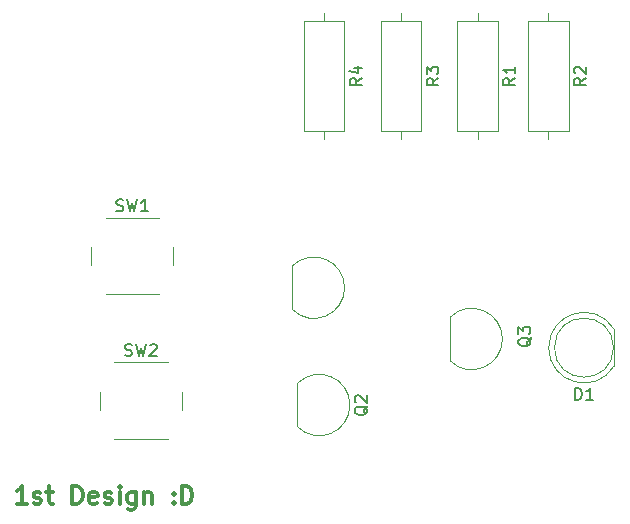
<source format=gbr>
%TF.GenerationSoftware,KiCad,Pcbnew,9.0.5*%
%TF.CreationDate,2025-10-25T12:16:36-07:00*%
%TF.ProjectId,1stproject,31737470-726f-46a6-9563-742e6b696361,rev?*%
%TF.SameCoordinates,Original*%
%TF.FileFunction,Legend,Top*%
%TF.FilePolarity,Positive*%
%FSLAX46Y46*%
G04 Gerber Fmt 4.6, Leading zero omitted, Abs format (unit mm)*
G04 Created by KiCad (PCBNEW 9.0.5) date 2025-10-25 12:16:36*
%MOMM*%
%LPD*%
G01*
G04 APERTURE LIST*
%ADD10C,0.300000*%
%ADD11C,0.150000*%
%ADD12C,0.120000*%
G04 APERTURE END LIST*
D10*
X100340225Y-102800828D02*
X99483082Y-102800828D01*
X99911653Y-102800828D02*
X99911653Y-101300828D01*
X99911653Y-101300828D02*
X99768796Y-101515114D01*
X99768796Y-101515114D02*
X99625939Y-101657971D01*
X99625939Y-101657971D02*
X99483082Y-101729400D01*
X100911653Y-102729400D02*
X101054510Y-102800828D01*
X101054510Y-102800828D02*
X101340224Y-102800828D01*
X101340224Y-102800828D02*
X101483081Y-102729400D01*
X101483081Y-102729400D02*
X101554510Y-102586542D01*
X101554510Y-102586542D02*
X101554510Y-102515114D01*
X101554510Y-102515114D02*
X101483081Y-102372257D01*
X101483081Y-102372257D02*
X101340224Y-102300828D01*
X101340224Y-102300828D02*
X101125939Y-102300828D01*
X101125939Y-102300828D02*
X100983081Y-102229400D01*
X100983081Y-102229400D02*
X100911653Y-102086542D01*
X100911653Y-102086542D02*
X100911653Y-102015114D01*
X100911653Y-102015114D02*
X100983081Y-101872257D01*
X100983081Y-101872257D02*
X101125939Y-101800828D01*
X101125939Y-101800828D02*
X101340224Y-101800828D01*
X101340224Y-101800828D02*
X101483081Y-101872257D01*
X101983082Y-101800828D02*
X102554510Y-101800828D01*
X102197367Y-101300828D02*
X102197367Y-102586542D01*
X102197367Y-102586542D02*
X102268796Y-102729400D01*
X102268796Y-102729400D02*
X102411653Y-102800828D01*
X102411653Y-102800828D02*
X102554510Y-102800828D01*
X104197367Y-102800828D02*
X104197367Y-101300828D01*
X104197367Y-101300828D02*
X104554510Y-101300828D01*
X104554510Y-101300828D02*
X104768796Y-101372257D01*
X104768796Y-101372257D02*
X104911653Y-101515114D01*
X104911653Y-101515114D02*
X104983082Y-101657971D01*
X104983082Y-101657971D02*
X105054510Y-101943685D01*
X105054510Y-101943685D02*
X105054510Y-102157971D01*
X105054510Y-102157971D02*
X104983082Y-102443685D01*
X104983082Y-102443685D02*
X104911653Y-102586542D01*
X104911653Y-102586542D02*
X104768796Y-102729400D01*
X104768796Y-102729400D02*
X104554510Y-102800828D01*
X104554510Y-102800828D02*
X104197367Y-102800828D01*
X106268796Y-102729400D02*
X106125939Y-102800828D01*
X106125939Y-102800828D02*
X105840225Y-102800828D01*
X105840225Y-102800828D02*
X105697367Y-102729400D01*
X105697367Y-102729400D02*
X105625939Y-102586542D01*
X105625939Y-102586542D02*
X105625939Y-102015114D01*
X105625939Y-102015114D02*
X105697367Y-101872257D01*
X105697367Y-101872257D02*
X105840225Y-101800828D01*
X105840225Y-101800828D02*
X106125939Y-101800828D01*
X106125939Y-101800828D02*
X106268796Y-101872257D01*
X106268796Y-101872257D02*
X106340225Y-102015114D01*
X106340225Y-102015114D02*
X106340225Y-102157971D01*
X106340225Y-102157971D02*
X105625939Y-102300828D01*
X106911653Y-102729400D02*
X107054510Y-102800828D01*
X107054510Y-102800828D02*
X107340224Y-102800828D01*
X107340224Y-102800828D02*
X107483081Y-102729400D01*
X107483081Y-102729400D02*
X107554510Y-102586542D01*
X107554510Y-102586542D02*
X107554510Y-102515114D01*
X107554510Y-102515114D02*
X107483081Y-102372257D01*
X107483081Y-102372257D02*
X107340224Y-102300828D01*
X107340224Y-102300828D02*
X107125939Y-102300828D01*
X107125939Y-102300828D02*
X106983081Y-102229400D01*
X106983081Y-102229400D02*
X106911653Y-102086542D01*
X106911653Y-102086542D02*
X106911653Y-102015114D01*
X106911653Y-102015114D02*
X106983081Y-101872257D01*
X106983081Y-101872257D02*
X107125939Y-101800828D01*
X107125939Y-101800828D02*
X107340224Y-101800828D01*
X107340224Y-101800828D02*
X107483081Y-101872257D01*
X108197367Y-102800828D02*
X108197367Y-101800828D01*
X108197367Y-101300828D02*
X108125939Y-101372257D01*
X108125939Y-101372257D02*
X108197367Y-101443685D01*
X108197367Y-101443685D02*
X108268796Y-101372257D01*
X108268796Y-101372257D02*
X108197367Y-101300828D01*
X108197367Y-101300828D02*
X108197367Y-101443685D01*
X109554511Y-101800828D02*
X109554511Y-103015114D01*
X109554511Y-103015114D02*
X109483082Y-103157971D01*
X109483082Y-103157971D02*
X109411653Y-103229400D01*
X109411653Y-103229400D02*
X109268796Y-103300828D01*
X109268796Y-103300828D02*
X109054511Y-103300828D01*
X109054511Y-103300828D02*
X108911653Y-103229400D01*
X109554511Y-102729400D02*
X109411653Y-102800828D01*
X109411653Y-102800828D02*
X109125939Y-102800828D01*
X109125939Y-102800828D02*
X108983082Y-102729400D01*
X108983082Y-102729400D02*
X108911653Y-102657971D01*
X108911653Y-102657971D02*
X108840225Y-102515114D01*
X108840225Y-102515114D02*
X108840225Y-102086542D01*
X108840225Y-102086542D02*
X108911653Y-101943685D01*
X108911653Y-101943685D02*
X108983082Y-101872257D01*
X108983082Y-101872257D02*
X109125939Y-101800828D01*
X109125939Y-101800828D02*
X109411653Y-101800828D01*
X109411653Y-101800828D02*
X109554511Y-101872257D01*
X110268796Y-101800828D02*
X110268796Y-102800828D01*
X110268796Y-101943685D02*
X110340225Y-101872257D01*
X110340225Y-101872257D02*
X110483082Y-101800828D01*
X110483082Y-101800828D02*
X110697368Y-101800828D01*
X110697368Y-101800828D02*
X110840225Y-101872257D01*
X110840225Y-101872257D02*
X110911654Y-102015114D01*
X110911654Y-102015114D02*
X110911654Y-102800828D01*
X112768796Y-102657971D02*
X112840225Y-102729400D01*
X112840225Y-102729400D02*
X112768796Y-102800828D01*
X112768796Y-102800828D02*
X112697368Y-102729400D01*
X112697368Y-102729400D02*
X112768796Y-102657971D01*
X112768796Y-102657971D02*
X112768796Y-102800828D01*
X112768796Y-101872257D02*
X112840225Y-101943685D01*
X112840225Y-101943685D02*
X112768796Y-102015114D01*
X112768796Y-102015114D02*
X112697368Y-101943685D01*
X112697368Y-101943685D02*
X112768796Y-101872257D01*
X112768796Y-101872257D02*
X112768796Y-102015114D01*
X113483082Y-102800828D02*
X113483082Y-101300828D01*
X113483082Y-101300828D02*
X113840225Y-101300828D01*
X113840225Y-101300828D02*
X114054511Y-101372257D01*
X114054511Y-101372257D02*
X114197368Y-101515114D01*
X114197368Y-101515114D02*
X114268797Y-101657971D01*
X114268797Y-101657971D02*
X114340225Y-101943685D01*
X114340225Y-101943685D02*
X114340225Y-102157971D01*
X114340225Y-102157971D02*
X114268797Y-102443685D01*
X114268797Y-102443685D02*
X114197368Y-102586542D01*
X114197368Y-102586542D02*
X114054511Y-102729400D01*
X114054511Y-102729400D02*
X113840225Y-102800828D01*
X113840225Y-102800828D02*
X113483082Y-102800828D01*
D11*
X147674819Y-66741666D02*
X147198628Y-67074999D01*
X147674819Y-67313094D02*
X146674819Y-67313094D01*
X146674819Y-67313094D02*
X146674819Y-66932142D01*
X146674819Y-66932142D02*
X146722438Y-66836904D01*
X146722438Y-66836904D02*
X146770057Y-66789285D01*
X146770057Y-66789285D02*
X146865295Y-66741666D01*
X146865295Y-66741666D02*
X147008152Y-66741666D01*
X147008152Y-66741666D02*
X147103390Y-66789285D01*
X147103390Y-66789285D02*
X147151009Y-66836904D01*
X147151009Y-66836904D02*
X147198628Y-66932142D01*
X147198628Y-66932142D02*
X147198628Y-67313094D01*
X146770057Y-66360713D02*
X146722438Y-66313094D01*
X146722438Y-66313094D02*
X146674819Y-66217856D01*
X146674819Y-66217856D02*
X146674819Y-65979761D01*
X146674819Y-65979761D02*
X146722438Y-65884523D01*
X146722438Y-65884523D02*
X146770057Y-65836904D01*
X146770057Y-65836904D02*
X146865295Y-65789285D01*
X146865295Y-65789285D02*
X146960533Y-65789285D01*
X146960533Y-65789285D02*
X147103390Y-65836904D01*
X147103390Y-65836904D02*
X147674819Y-66408332D01*
X147674819Y-66408332D02*
X147674819Y-65789285D01*
X128674819Y-66741666D02*
X128198628Y-67074999D01*
X128674819Y-67313094D02*
X127674819Y-67313094D01*
X127674819Y-67313094D02*
X127674819Y-66932142D01*
X127674819Y-66932142D02*
X127722438Y-66836904D01*
X127722438Y-66836904D02*
X127770057Y-66789285D01*
X127770057Y-66789285D02*
X127865295Y-66741666D01*
X127865295Y-66741666D02*
X128008152Y-66741666D01*
X128008152Y-66741666D02*
X128103390Y-66789285D01*
X128103390Y-66789285D02*
X128151009Y-66836904D01*
X128151009Y-66836904D02*
X128198628Y-66932142D01*
X128198628Y-66932142D02*
X128198628Y-67313094D01*
X128008152Y-65884523D02*
X128674819Y-65884523D01*
X127627200Y-66122618D02*
X128341485Y-66360713D01*
X128341485Y-66360713D02*
X128341485Y-65741666D01*
X129200057Y-94530238D02*
X129152438Y-94625476D01*
X129152438Y-94625476D02*
X129057200Y-94720714D01*
X129057200Y-94720714D02*
X128914342Y-94863571D01*
X128914342Y-94863571D02*
X128866723Y-94958809D01*
X128866723Y-94958809D02*
X128866723Y-95054047D01*
X129104819Y-95006428D02*
X129057200Y-95101666D01*
X129057200Y-95101666D02*
X128961961Y-95196904D01*
X128961961Y-95196904D02*
X128771485Y-95244523D01*
X128771485Y-95244523D02*
X128438152Y-95244523D01*
X128438152Y-95244523D02*
X128247676Y-95196904D01*
X128247676Y-95196904D02*
X128152438Y-95101666D01*
X128152438Y-95101666D02*
X128104819Y-95006428D01*
X128104819Y-95006428D02*
X128104819Y-94815952D01*
X128104819Y-94815952D02*
X128152438Y-94720714D01*
X128152438Y-94720714D02*
X128247676Y-94625476D01*
X128247676Y-94625476D02*
X128438152Y-94577857D01*
X128438152Y-94577857D02*
X128771485Y-94577857D01*
X128771485Y-94577857D02*
X128961961Y-94625476D01*
X128961961Y-94625476D02*
X129057200Y-94720714D01*
X129057200Y-94720714D02*
X129104819Y-94815952D01*
X129104819Y-94815952D02*
X129104819Y-95006428D01*
X128200057Y-94196904D02*
X128152438Y-94149285D01*
X128152438Y-94149285D02*
X128104819Y-94054047D01*
X128104819Y-94054047D02*
X128104819Y-93815952D01*
X128104819Y-93815952D02*
X128152438Y-93720714D01*
X128152438Y-93720714D02*
X128200057Y-93673095D01*
X128200057Y-93673095D02*
X128295295Y-93625476D01*
X128295295Y-93625476D02*
X128390533Y-93625476D01*
X128390533Y-93625476D02*
X128533390Y-93673095D01*
X128533390Y-93673095D02*
X129104819Y-94244523D01*
X129104819Y-94244523D02*
X129104819Y-93625476D01*
X141674819Y-66741666D02*
X141198628Y-67074999D01*
X141674819Y-67313094D02*
X140674819Y-67313094D01*
X140674819Y-67313094D02*
X140674819Y-66932142D01*
X140674819Y-66932142D02*
X140722438Y-66836904D01*
X140722438Y-66836904D02*
X140770057Y-66789285D01*
X140770057Y-66789285D02*
X140865295Y-66741666D01*
X140865295Y-66741666D02*
X141008152Y-66741666D01*
X141008152Y-66741666D02*
X141103390Y-66789285D01*
X141103390Y-66789285D02*
X141151009Y-66836904D01*
X141151009Y-66836904D02*
X141198628Y-66932142D01*
X141198628Y-66932142D02*
X141198628Y-67313094D01*
X141674819Y-65789285D02*
X141674819Y-66360713D01*
X141674819Y-66074999D02*
X140674819Y-66074999D01*
X140674819Y-66074999D02*
X140817676Y-66170237D01*
X140817676Y-66170237D02*
X140912914Y-66265475D01*
X140912914Y-66265475D02*
X140960533Y-66360713D01*
X108666667Y-90232200D02*
X108809524Y-90279819D01*
X108809524Y-90279819D02*
X109047619Y-90279819D01*
X109047619Y-90279819D02*
X109142857Y-90232200D01*
X109142857Y-90232200D02*
X109190476Y-90184580D01*
X109190476Y-90184580D02*
X109238095Y-90089342D01*
X109238095Y-90089342D02*
X109238095Y-89994104D01*
X109238095Y-89994104D02*
X109190476Y-89898866D01*
X109190476Y-89898866D02*
X109142857Y-89851247D01*
X109142857Y-89851247D02*
X109047619Y-89803628D01*
X109047619Y-89803628D02*
X108857143Y-89756009D01*
X108857143Y-89756009D02*
X108761905Y-89708390D01*
X108761905Y-89708390D02*
X108714286Y-89660771D01*
X108714286Y-89660771D02*
X108666667Y-89565533D01*
X108666667Y-89565533D02*
X108666667Y-89470295D01*
X108666667Y-89470295D02*
X108714286Y-89375057D01*
X108714286Y-89375057D02*
X108761905Y-89327438D01*
X108761905Y-89327438D02*
X108857143Y-89279819D01*
X108857143Y-89279819D02*
X109095238Y-89279819D01*
X109095238Y-89279819D02*
X109238095Y-89327438D01*
X109571429Y-89279819D02*
X109809524Y-90279819D01*
X109809524Y-90279819D02*
X110000000Y-89565533D01*
X110000000Y-89565533D02*
X110190476Y-90279819D01*
X110190476Y-90279819D02*
X110428572Y-89279819D01*
X110761905Y-89375057D02*
X110809524Y-89327438D01*
X110809524Y-89327438D02*
X110904762Y-89279819D01*
X110904762Y-89279819D02*
X111142857Y-89279819D01*
X111142857Y-89279819D02*
X111238095Y-89327438D01*
X111238095Y-89327438D02*
X111285714Y-89375057D01*
X111285714Y-89375057D02*
X111333333Y-89470295D01*
X111333333Y-89470295D02*
X111333333Y-89565533D01*
X111333333Y-89565533D02*
X111285714Y-89708390D01*
X111285714Y-89708390D02*
X110714286Y-90279819D01*
X110714286Y-90279819D02*
X111333333Y-90279819D01*
X107916667Y-77982200D02*
X108059524Y-78029819D01*
X108059524Y-78029819D02*
X108297619Y-78029819D01*
X108297619Y-78029819D02*
X108392857Y-77982200D01*
X108392857Y-77982200D02*
X108440476Y-77934580D01*
X108440476Y-77934580D02*
X108488095Y-77839342D01*
X108488095Y-77839342D02*
X108488095Y-77744104D01*
X108488095Y-77744104D02*
X108440476Y-77648866D01*
X108440476Y-77648866D02*
X108392857Y-77601247D01*
X108392857Y-77601247D02*
X108297619Y-77553628D01*
X108297619Y-77553628D02*
X108107143Y-77506009D01*
X108107143Y-77506009D02*
X108011905Y-77458390D01*
X108011905Y-77458390D02*
X107964286Y-77410771D01*
X107964286Y-77410771D02*
X107916667Y-77315533D01*
X107916667Y-77315533D02*
X107916667Y-77220295D01*
X107916667Y-77220295D02*
X107964286Y-77125057D01*
X107964286Y-77125057D02*
X108011905Y-77077438D01*
X108011905Y-77077438D02*
X108107143Y-77029819D01*
X108107143Y-77029819D02*
X108345238Y-77029819D01*
X108345238Y-77029819D02*
X108488095Y-77077438D01*
X108821429Y-77029819D02*
X109059524Y-78029819D01*
X109059524Y-78029819D02*
X109250000Y-77315533D01*
X109250000Y-77315533D02*
X109440476Y-78029819D01*
X109440476Y-78029819D02*
X109678572Y-77029819D01*
X110583333Y-78029819D02*
X110011905Y-78029819D01*
X110297619Y-78029819D02*
X110297619Y-77029819D01*
X110297619Y-77029819D02*
X110202381Y-77172676D01*
X110202381Y-77172676D02*
X110107143Y-77267914D01*
X110107143Y-77267914D02*
X110011905Y-77315533D01*
X146766905Y-93989819D02*
X146766905Y-92989819D01*
X146766905Y-92989819D02*
X147005000Y-92989819D01*
X147005000Y-92989819D02*
X147147857Y-93037438D01*
X147147857Y-93037438D02*
X147243095Y-93132676D01*
X147243095Y-93132676D02*
X147290714Y-93227914D01*
X147290714Y-93227914D02*
X147338333Y-93418390D01*
X147338333Y-93418390D02*
X147338333Y-93561247D01*
X147338333Y-93561247D02*
X147290714Y-93751723D01*
X147290714Y-93751723D02*
X147243095Y-93846961D01*
X147243095Y-93846961D02*
X147147857Y-93942200D01*
X147147857Y-93942200D02*
X147005000Y-93989819D01*
X147005000Y-93989819D02*
X146766905Y-93989819D01*
X148290714Y-93989819D02*
X147719286Y-93989819D01*
X148005000Y-93989819D02*
X148005000Y-92989819D01*
X148005000Y-92989819D02*
X147909762Y-93132676D01*
X147909762Y-93132676D02*
X147814524Y-93227914D01*
X147814524Y-93227914D02*
X147719286Y-93275533D01*
X135174819Y-66741666D02*
X134698628Y-67074999D01*
X135174819Y-67313094D02*
X134174819Y-67313094D01*
X134174819Y-67313094D02*
X134174819Y-66932142D01*
X134174819Y-66932142D02*
X134222438Y-66836904D01*
X134222438Y-66836904D02*
X134270057Y-66789285D01*
X134270057Y-66789285D02*
X134365295Y-66741666D01*
X134365295Y-66741666D02*
X134508152Y-66741666D01*
X134508152Y-66741666D02*
X134603390Y-66789285D01*
X134603390Y-66789285D02*
X134651009Y-66836904D01*
X134651009Y-66836904D02*
X134698628Y-66932142D01*
X134698628Y-66932142D02*
X134698628Y-67313094D01*
X134174819Y-66408332D02*
X134174819Y-65789285D01*
X134174819Y-65789285D02*
X134555771Y-66122618D01*
X134555771Y-66122618D02*
X134555771Y-65979761D01*
X134555771Y-65979761D02*
X134603390Y-65884523D01*
X134603390Y-65884523D02*
X134651009Y-65836904D01*
X134651009Y-65836904D02*
X134746247Y-65789285D01*
X134746247Y-65789285D02*
X134984342Y-65789285D01*
X134984342Y-65789285D02*
X135079580Y-65836904D01*
X135079580Y-65836904D02*
X135127200Y-65884523D01*
X135127200Y-65884523D02*
X135174819Y-65979761D01*
X135174819Y-65979761D02*
X135174819Y-66265475D01*
X135174819Y-66265475D02*
X135127200Y-66360713D01*
X135127200Y-66360713D02*
X135079580Y-66408332D01*
X143050057Y-88710238D02*
X143002438Y-88805476D01*
X143002438Y-88805476D02*
X142907200Y-88900714D01*
X142907200Y-88900714D02*
X142764342Y-89043571D01*
X142764342Y-89043571D02*
X142716723Y-89138809D01*
X142716723Y-89138809D02*
X142716723Y-89234047D01*
X142954819Y-89186428D02*
X142907200Y-89281666D01*
X142907200Y-89281666D02*
X142811961Y-89376904D01*
X142811961Y-89376904D02*
X142621485Y-89424523D01*
X142621485Y-89424523D02*
X142288152Y-89424523D01*
X142288152Y-89424523D02*
X142097676Y-89376904D01*
X142097676Y-89376904D02*
X142002438Y-89281666D01*
X142002438Y-89281666D02*
X141954819Y-89186428D01*
X141954819Y-89186428D02*
X141954819Y-88995952D01*
X141954819Y-88995952D02*
X142002438Y-88900714D01*
X142002438Y-88900714D02*
X142097676Y-88805476D01*
X142097676Y-88805476D02*
X142288152Y-88757857D01*
X142288152Y-88757857D02*
X142621485Y-88757857D01*
X142621485Y-88757857D02*
X142811961Y-88805476D01*
X142811961Y-88805476D02*
X142907200Y-88900714D01*
X142907200Y-88900714D02*
X142954819Y-88995952D01*
X142954819Y-88995952D02*
X142954819Y-89186428D01*
X141954819Y-88424523D02*
X141954819Y-87805476D01*
X141954819Y-87805476D02*
X142335771Y-88138809D01*
X142335771Y-88138809D02*
X142335771Y-87995952D01*
X142335771Y-87995952D02*
X142383390Y-87900714D01*
X142383390Y-87900714D02*
X142431009Y-87853095D01*
X142431009Y-87853095D02*
X142526247Y-87805476D01*
X142526247Y-87805476D02*
X142764342Y-87805476D01*
X142764342Y-87805476D02*
X142859580Y-87853095D01*
X142859580Y-87853095D02*
X142907200Y-87900714D01*
X142907200Y-87900714D02*
X142954819Y-87995952D01*
X142954819Y-87995952D02*
X142954819Y-88281666D01*
X142954819Y-88281666D02*
X142907200Y-88376904D01*
X142907200Y-88376904D02*
X142859580Y-88424523D01*
D12*
%TO.C,R2*%
X144500000Y-61265000D02*
X144500000Y-61955000D01*
X144500000Y-71885000D02*
X144500000Y-71195000D01*
X146220000Y-61955000D02*
X142780000Y-61955000D01*
X142780000Y-71195000D01*
X146220000Y-71195000D01*
X146220000Y-61955000D01*
%TO.C,R4*%
X125500000Y-61265000D02*
X125500000Y-61955000D01*
X125500000Y-71885000D02*
X125500000Y-71195000D01*
X127220000Y-61955000D02*
X123780000Y-61955000D01*
X123780000Y-71195000D01*
X127220000Y-71195000D01*
X127220000Y-61955000D01*
%TO.C,Q2*%
X123240000Y-92635000D02*
X123240000Y-96235000D01*
X123251522Y-92596522D02*
G75*
G02*
X127690001Y-94435000I1838478J-1838478D01*
G01*
X127690000Y-94435000D02*
G75*
G02*
X123251522Y-96273478I-2600000J0D01*
G01*
%TO.C,Q1*%
X122790000Y-82700000D02*
X122790000Y-86300000D01*
X122801522Y-82661522D02*
G75*
G02*
X127240001Y-84500000I1838478J-1838478D01*
G01*
X127240000Y-84500000D02*
G75*
G02*
X122801522Y-86338478I-2600000J0D01*
G01*
%TO.C,R1*%
X138500000Y-61265000D02*
X138500000Y-61955000D01*
X138500000Y-71885000D02*
X138500000Y-71195000D01*
X140220000Y-61955000D02*
X136780000Y-61955000D01*
X136780000Y-71195000D01*
X140220000Y-71195000D01*
X140220000Y-61955000D01*
%TO.C,SW2*%
X106500000Y-93325000D02*
X106500000Y-94825000D01*
X107750000Y-97325000D02*
X112250000Y-97325000D01*
X112250000Y-90825000D02*
X107750000Y-90825000D01*
X113500000Y-94825000D02*
X113500000Y-93325000D01*
%TO.C,SW1*%
X105750000Y-81075000D02*
X105750000Y-82575000D01*
X107000000Y-85075000D02*
X111500000Y-85075000D01*
X111500000Y-78575000D02*
X107000000Y-78575000D01*
X112750000Y-82575000D02*
X112750000Y-81075000D01*
%TO.C,D1*%
X150065000Y-91120000D02*
X150065000Y-88030000D01*
X144515000Y-89575000D02*
G75*
G02*
X150065000Y-88030170I2990000J0D01*
G01*
X150065000Y-91119830D02*
G75*
G02*
X144515000Y-89575000I-2560000J1544830D01*
G01*
X150005000Y-89575000D02*
G75*
G02*
X145005000Y-89575000I-2500000J0D01*
G01*
X145005000Y-89575000D02*
G75*
G02*
X150005000Y-89575000I2500000J0D01*
G01*
%TO.C,R3*%
X132000000Y-61265000D02*
X132000000Y-61955000D01*
X132000000Y-71885000D02*
X132000000Y-71195000D01*
X133720000Y-61955000D02*
X130280000Y-61955000D01*
X130280000Y-71195000D01*
X133720000Y-71195000D01*
X133720000Y-61955000D01*
%TO.C,Q3*%
X136150000Y-87045000D02*
X136150000Y-90645000D01*
X136161522Y-87006522D02*
G75*
G02*
X140600001Y-88845000I1838478J-1838478D01*
G01*
X140600000Y-88845000D02*
G75*
G02*
X136161522Y-90683478I-2600000J0D01*
G01*
%TD*%
M02*

</source>
